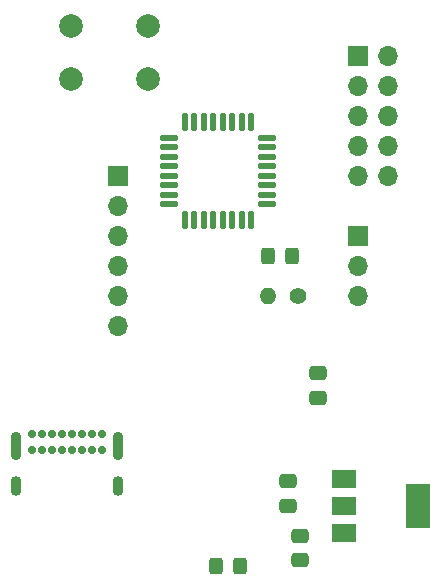
<source format=gbr>
%TF.GenerationSoftware,KiCad,Pcbnew,7.0.7*%
%TF.CreationDate,2023-09-08T17:32:34-05:00*%
%TF.ProjectId,Projects_zyxie2,50726f6a-6563-4747-935f-7a7978696532,rev?*%
%TF.SameCoordinates,Original*%
%TF.FileFunction,Soldermask,Top*%
%TF.FilePolarity,Negative*%
%FSLAX46Y46*%
G04 Gerber Fmt 4.6, Leading zero omitted, Abs format (unit mm)*
G04 Created by KiCad (PCBNEW 7.0.7) date 2023-09-08 17:32:34*
%MOMM*%
%LPD*%
G01*
G04 APERTURE LIST*
G04 Aperture macros list*
%AMRoundRect*
0 Rectangle with rounded corners*
0 $1 Rounding radius*
0 $2 $3 $4 $5 $6 $7 $8 $9 X,Y pos of 4 corners*
0 Add a 4 corners polygon primitive as box body*
4,1,4,$2,$3,$4,$5,$6,$7,$8,$9,$2,$3,0*
0 Add four circle primitives for the rounded corners*
1,1,$1+$1,$2,$3*
1,1,$1+$1,$4,$5*
1,1,$1+$1,$6,$7*
1,1,$1+$1,$8,$9*
0 Add four rect primitives between the rounded corners*
20,1,$1+$1,$2,$3,$4,$5,0*
20,1,$1+$1,$4,$5,$6,$7,0*
20,1,$1+$1,$6,$7,$8,$9,0*
20,1,$1+$1,$8,$9,$2,$3,0*%
G04 Aperture macros list end*
%ADD10RoundRect,0.250000X-0.475000X0.337500X-0.475000X-0.337500X0.475000X-0.337500X0.475000X0.337500X0*%
%ADD11R,1.700000X1.700000*%
%ADD12O,1.700000X1.700000*%
%ADD13RoundRect,0.125000X-0.125000X-0.625000X0.125000X-0.625000X0.125000X0.625000X-0.125000X0.625000X0*%
%ADD14RoundRect,0.125000X-0.625000X-0.125000X0.625000X-0.125000X0.625000X0.125000X-0.625000X0.125000X0*%
%ADD15RoundRect,0.250000X-0.325000X-0.450000X0.325000X-0.450000X0.325000X0.450000X-0.325000X0.450000X0*%
%ADD16R,2.000000X1.500000*%
%ADD17R,2.000000X3.800000*%
%ADD18C,1.400000*%
%ADD19O,1.400000X1.400000*%
%ADD20RoundRect,0.250000X0.475000X-0.337500X0.475000X0.337500X-0.475000X0.337500X-0.475000X-0.337500X0*%
%ADD21C,0.700000*%
%ADD22O,0.900000X2.400000*%
%ADD23O,0.900000X1.700000*%
%ADD24C,2.000000*%
G04 APERTURE END LIST*
D10*
%TO.C,C2*%
X121062500Y-107145000D03*
X121062500Y-109220000D03*
%TD*%
D11*
%TO.C,J3*%
X127000000Y-71120000D03*
D12*
X129540000Y-71120000D03*
X127000000Y-73660000D03*
X129540000Y-73660000D03*
X127000000Y-76200000D03*
X129540000Y-76200000D03*
X127000000Y-78740000D03*
X129540000Y-78740000D03*
X127000000Y-81280000D03*
X129540000Y-81280000D03*
%TD*%
D13*
%TO.C,U1*%
X112340000Y-76695000D03*
X113140000Y-76695000D03*
X113940000Y-76695000D03*
X114740000Y-76695000D03*
X115540000Y-76695000D03*
X116340000Y-76695000D03*
X117140000Y-76695000D03*
X117940000Y-76695000D03*
D14*
X119315000Y-78070000D03*
X119315000Y-78870000D03*
X119315000Y-79670000D03*
X119315000Y-80470000D03*
X119315000Y-81270000D03*
X119315000Y-82070000D03*
X119315000Y-82870000D03*
X119315000Y-83670000D03*
D13*
X117940000Y-85045000D03*
X117140000Y-85045000D03*
X116340000Y-85045000D03*
X115540000Y-85045000D03*
X114740000Y-85045000D03*
X113940000Y-85045000D03*
X113140000Y-85045000D03*
X112340000Y-85045000D03*
D14*
X110965000Y-83670000D03*
X110965000Y-82870000D03*
X110965000Y-82070000D03*
X110965000Y-81270000D03*
X110965000Y-80470000D03*
X110965000Y-79670000D03*
X110965000Y-78870000D03*
X110965000Y-78070000D03*
%TD*%
D15*
%TO.C,D1*%
X119380000Y-88095000D03*
X121430000Y-88095000D03*
%TD*%
D16*
%TO.C,U2*%
X125780000Y-106920000D03*
X125780000Y-109220000D03*
X125780000Y-111520000D03*
D17*
X132080000Y-109220000D03*
%TD*%
D11*
%TO.C,J1*%
X106680000Y-81280000D03*
D12*
X106680000Y-83820000D03*
X106680000Y-86360000D03*
X106680000Y-88900000D03*
X106680000Y-91440000D03*
X106680000Y-93980000D03*
%TD*%
D15*
%TO.C,D2*%
X114970000Y-114300000D03*
X117020000Y-114300000D03*
%TD*%
D10*
%TO.C,C1*%
X123602500Y-98022500D03*
X123602500Y-100097500D03*
%TD*%
D11*
%TO.C,J2*%
X127000000Y-86360000D03*
D12*
X127000000Y-88900000D03*
X127000000Y-91440000D03*
%TD*%
D18*
%TO.C,R1*%
X121920000Y-91440000D03*
D19*
X119380000Y-91440000D03*
%TD*%
D20*
%TO.C,C3*%
X122100000Y-113835000D03*
X122100000Y-111760000D03*
%TD*%
D21*
%TO.C,J4*%
X99380000Y-103160000D03*
X100230000Y-103160000D03*
X101080000Y-103160000D03*
X101930000Y-103160000D03*
X102780000Y-103160000D03*
X103630000Y-103160000D03*
X104480000Y-103160000D03*
X105330000Y-103160000D03*
X105330000Y-104510000D03*
X104480000Y-104510000D03*
X103630000Y-104510000D03*
X102780000Y-104510000D03*
X101930000Y-104510000D03*
X101080000Y-104510000D03*
X100230000Y-104510000D03*
X99380000Y-104510000D03*
D22*
X98030000Y-104140000D03*
D23*
X98030000Y-107520000D03*
D22*
X106680000Y-104140000D03*
D23*
X106680000Y-107520000D03*
%TD*%
D24*
%TO.C,SW1*%
X109220000Y-73080000D03*
X102720000Y-73080000D03*
X109220000Y-68580000D03*
X102720000Y-68580000D03*
%TD*%
M02*

</source>
